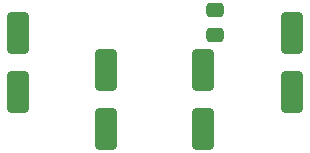
<source format=gbp>
G04 #@! TF.GenerationSoftware,KiCad,Pcbnew,9.0.4*
G04 #@! TF.CreationDate,2025-08-24T20:57:09+02:00*
G04 #@! TF.ProjectId,npn-pnp-h-bridge,6e706e2d-706e-4702-9d68-2d6272696467,rev?*
G04 #@! TF.SameCoordinates,Original*
G04 #@! TF.FileFunction,Paste,Bot*
G04 #@! TF.FilePolarity,Positive*
%FSLAX46Y46*%
G04 Gerber Fmt 4.6, Leading zero omitted, Abs format (unit mm)*
G04 Created by KiCad (PCBNEW 9.0.4) date 2025-08-24 20:57:09*
%MOMM*%
%LPD*%
G01*
G04 APERTURE LIST*
G04 Aperture macros list*
%AMRoundRect*
0 Rectangle with rounded corners*
0 $1 Rounding radius*
0 $2 $3 $4 $5 $6 $7 $8 $9 X,Y pos of 4 corners*
0 Add a 4 corners polygon primitive as box body*
4,1,4,$2,$3,$4,$5,$6,$7,$8,$9,$2,$3,0*
0 Add four circle primitives for the rounded corners*
1,1,$1+$1,$2,$3*
1,1,$1+$1,$4,$5*
1,1,$1+$1,$6,$7*
1,1,$1+$1,$8,$9*
0 Add four rect primitives between the rounded corners*
20,1,$1+$1,$2,$3,$4,$5,0*
20,1,$1+$1,$4,$5,$6,$7,0*
20,1,$1+$1,$6,$7,$8,$9,0*
20,1,$1+$1,$8,$9,$2,$3,0*%
G04 Aperture macros list end*
%ADD10RoundRect,0.250000X-0.650000X1.500000X-0.650000X-1.500000X0.650000X-1.500000X0.650000X1.500000X0*%
%ADD11RoundRect,0.250000X0.475000X-0.337500X0.475000X0.337500X-0.475000X0.337500X-0.475000X-0.337500X0*%
%ADD12RoundRect,0.250000X0.650000X-1.500000X0.650000X1.500000X-0.650000X1.500000X-0.650000X-1.500000X0*%
G04 APERTURE END LIST*
D10*
G04 #@! TO.C,bD4*
X166700000Y-102900000D03*
X166700000Y-97900000D03*
G04 #@! TD*
D11*
G04 #@! TO.C,bC1*
X175993593Y-92860893D03*
X175993593Y-94935893D03*
G04 #@! TD*
D10*
G04 #@! TO.C,bD3*
X174950000Y-102900000D03*
X174950000Y-97900000D03*
G04 #@! TD*
D12*
G04 #@! TO.C,bD2*
X159292127Y-94832500D03*
X159292127Y-99832500D03*
G04 #@! TD*
G04 #@! TO.C,bD1*
X182495548Y-94832500D03*
X182495548Y-99832500D03*
G04 #@! TD*
M02*

</source>
